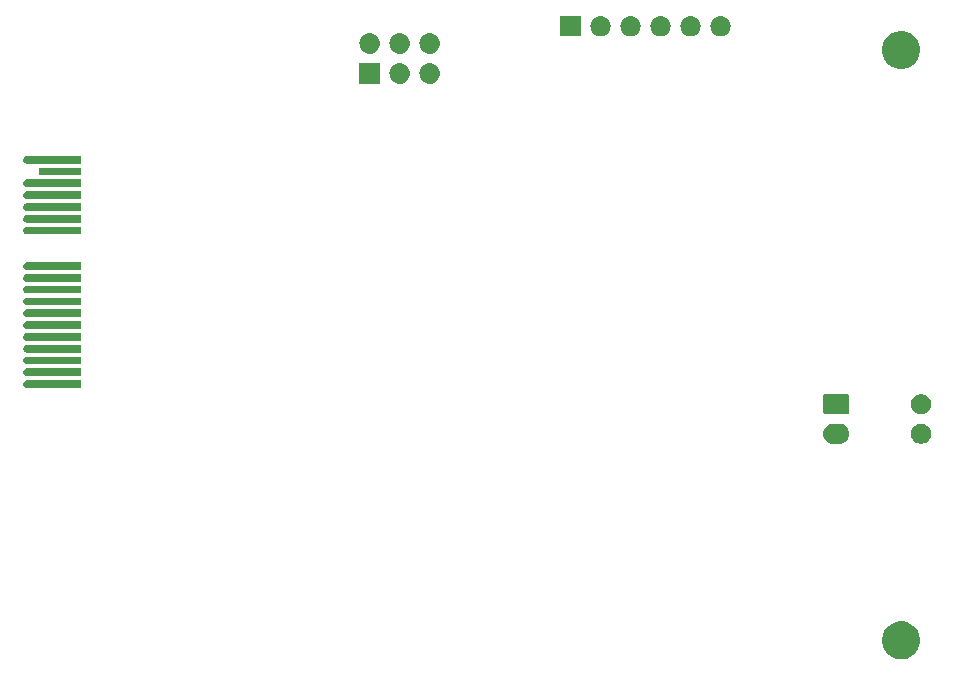
<source format=gbr>
G04 #@! TF.GenerationSoftware,KiCad,Pcbnew,5.0.2+dfsg1-1*
G04 #@! TF.CreationDate,2021-07-01T00:09:32-05:00*
G04 #@! TF.ProjectId,dcpsu-card-ahalf,64637073-752d-4636-9172-642d6168616c,v0.4*
G04 #@! TF.SameCoordinates,Original*
G04 #@! TF.FileFunction,Soldermask,Bot*
G04 #@! TF.FilePolarity,Negative*
%FSLAX46Y46*%
G04 Gerber Fmt 4.6, Leading zero omitted, Abs format (unit mm)*
G04 Created by KiCad (PCBNEW 5.0.2+dfsg1-1) date Thu 01 Jul 2021 12:09:32 AM CDT*
%MOMM*%
%LPD*%
G01*
G04 APERTURE LIST*
%ADD10C,0.100000*%
G04 APERTURE END LIST*
D10*
G36*
X155466703Y-123461486D02*
X155757883Y-123582097D01*
X156019944Y-123757201D01*
X156242799Y-123980056D01*
X156417903Y-124242117D01*
X156538514Y-124533297D01*
X156600000Y-124842412D01*
X156600000Y-125157588D01*
X156538514Y-125466703D01*
X156417903Y-125757883D01*
X156242799Y-126019944D01*
X156019944Y-126242799D01*
X155757883Y-126417903D01*
X155466703Y-126538514D01*
X155157588Y-126600000D01*
X154842412Y-126600000D01*
X154533297Y-126538514D01*
X154242117Y-126417903D01*
X153980056Y-126242799D01*
X153757201Y-126019944D01*
X153582097Y-125757883D01*
X153461486Y-125466703D01*
X153400000Y-125157588D01*
X153400000Y-124842412D01*
X153461486Y-124533297D01*
X153582097Y-124242117D01*
X153757201Y-123980056D01*
X153980056Y-123757201D01*
X154242117Y-123582097D01*
X154533297Y-123461486D01*
X154842412Y-123400000D01*
X155157588Y-123400000D01*
X155466703Y-123461486D01*
X155466703Y-123461486D01*
G37*
G36*
X156927934Y-106682664D02*
X157082627Y-106746740D01*
X157221847Y-106839764D01*
X157340236Y-106958153D01*
X157433260Y-107097373D01*
X157497336Y-107252066D01*
X157530000Y-107416281D01*
X157530000Y-107583719D01*
X157497336Y-107747934D01*
X157433260Y-107902627D01*
X157340236Y-108041847D01*
X157221847Y-108160236D01*
X157082627Y-108253260D01*
X156927934Y-108317336D01*
X156763719Y-108350000D01*
X156596281Y-108350000D01*
X156432066Y-108317336D01*
X156277373Y-108253260D01*
X156138153Y-108160236D01*
X156019764Y-108041847D01*
X155926740Y-107902627D01*
X155862664Y-107747934D01*
X155830000Y-107583719D01*
X155830000Y-107416281D01*
X155862664Y-107252066D01*
X155926740Y-107097373D01*
X156019764Y-106958153D01*
X156138153Y-106839764D01*
X156277373Y-106746740D01*
X156432066Y-106682664D01*
X156596281Y-106650000D01*
X156763719Y-106650000D01*
X156927934Y-106682664D01*
X156927934Y-106682664D01*
G37*
G36*
X149916630Y-106662299D02*
X150076855Y-106710903D01*
X150224520Y-106789831D01*
X150353949Y-106896051D01*
X150460169Y-107025480D01*
X150539097Y-107173145D01*
X150587701Y-107333370D01*
X150604112Y-107500000D01*
X150587701Y-107666630D01*
X150539097Y-107826855D01*
X150460169Y-107974520D01*
X150353949Y-108103949D01*
X150224520Y-108210169D01*
X150076855Y-108289097D01*
X149916630Y-108337701D01*
X149791752Y-108350000D01*
X149208248Y-108350000D01*
X149083370Y-108337701D01*
X148923145Y-108289097D01*
X148775480Y-108210169D01*
X148646051Y-108103949D01*
X148539831Y-107974520D01*
X148460903Y-107826855D01*
X148412299Y-107666630D01*
X148395888Y-107500000D01*
X148412299Y-107333370D01*
X148460903Y-107173145D01*
X148539831Y-107025480D01*
X148646051Y-106896051D01*
X148775480Y-106789831D01*
X148923145Y-106710903D01*
X149083370Y-106662299D01*
X149208248Y-106650000D01*
X149791752Y-106650000D01*
X149916630Y-106662299D01*
X149916630Y-106662299D01*
G37*
G36*
X156927934Y-104182664D02*
X157082627Y-104246740D01*
X157221847Y-104339764D01*
X157340236Y-104458153D01*
X157433260Y-104597373D01*
X157497336Y-104752066D01*
X157530000Y-104916281D01*
X157530000Y-105083719D01*
X157497336Y-105247934D01*
X157433260Y-105402627D01*
X157340236Y-105541847D01*
X157221847Y-105660236D01*
X157082627Y-105753260D01*
X156927934Y-105817336D01*
X156763719Y-105850000D01*
X156596281Y-105850000D01*
X156432066Y-105817336D01*
X156277373Y-105753260D01*
X156138153Y-105660236D01*
X156019764Y-105541847D01*
X155926740Y-105402627D01*
X155862664Y-105247934D01*
X155830000Y-105083719D01*
X155830000Y-104916281D01*
X155862664Y-104752066D01*
X155926740Y-104597373D01*
X156019764Y-104458153D01*
X156138153Y-104339764D01*
X156277373Y-104246740D01*
X156432066Y-104182664D01*
X156596281Y-104150000D01*
X156763719Y-104150000D01*
X156927934Y-104182664D01*
X156927934Y-104182664D01*
G37*
G36*
X150469675Y-104153701D02*
X150499907Y-104162872D01*
X150527769Y-104177765D01*
X150552192Y-104197808D01*
X150572235Y-104222231D01*
X150587128Y-104250093D01*
X150596299Y-104280325D01*
X150600000Y-104317905D01*
X150600000Y-105682095D01*
X150596299Y-105719675D01*
X150587128Y-105749907D01*
X150572235Y-105777769D01*
X150552192Y-105802192D01*
X150527769Y-105822235D01*
X150499907Y-105837128D01*
X150469675Y-105846299D01*
X150432095Y-105850000D01*
X148567905Y-105850000D01*
X148530325Y-105846299D01*
X148500093Y-105837128D01*
X148472231Y-105822235D01*
X148447808Y-105802192D01*
X148427765Y-105777769D01*
X148412872Y-105749907D01*
X148403701Y-105719675D01*
X148400000Y-105682095D01*
X148400000Y-104317905D01*
X148403701Y-104280325D01*
X148412872Y-104250093D01*
X148427765Y-104222231D01*
X148447808Y-104197808D01*
X148472231Y-104177765D01*
X148500093Y-104162872D01*
X148530325Y-104153701D01*
X148567905Y-104150000D01*
X150432095Y-104150000D01*
X150469675Y-104153701D01*
X150469675Y-104153701D01*
G37*
G36*
X85600000Y-103625000D02*
X80935060Y-103625000D01*
X80922835Y-103618466D01*
X80910672Y-103614777D01*
X80846059Y-103588014D01*
X80846058Y-103588013D01*
X80846055Y-103588012D01*
X80792824Y-103552444D01*
X80747556Y-103507176D01*
X80711988Y-103453945D01*
X80687489Y-103394799D01*
X80675000Y-103332010D01*
X80675000Y-103267990D01*
X80687489Y-103205201D01*
X80711988Y-103146055D01*
X80747556Y-103092824D01*
X80792824Y-103047556D01*
X80846055Y-103011988D01*
X80846058Y-103011987D01*
X80846059Y-103011986D01*
X80860854Y-103005858D01*
X80905201Y-102987489D01*
X80905206Y-102987488D01*
X80910672Y-102985224D01*
X80922832Y-102981535D01*
X80935060Y-102975000D01*
X85600000Y-102975000D01*
X85600000Y-103625000D01*
X85600000Y-103625000D01*
G37*
G36*
X85600000Y-102625000D02*
X80935060Y-102625000D01*
X80922835Y-102618466D01*
X80910672Y-102614777D01*
X80846059Y-102588014D01*
X80846058Y-102588013D01*
X80846055Y-102588012D01*
X80792824Y-102552444D01*
X80747556Y-102507176D01*
X80711988Y-102453945D01*
X80687489Y-102394799D01*
X80675000Y-102332010D01*
X80675000Y-102267990D01*
X80687489Y-102205201D01*
X80711988Y-102146055D01*
X80747556Y-102092824D01*
X80792824Y-102047556D01*
X80846055Y-102011988D01*
X80846058Y-102011987D01*
X80846059Y-102011986D01*
X80860854Y-102005858D01*
X80905201Y-101987489D01*
X80905206Y-101987488D01*
X80910672Y-101985224D01*
X80922832Y-101981535D01*
X80935060Y-101975000D01*
X85600000Y-101975000D01*
X85600000Y-102625000D01*
X85600000Y-102625000D01*
G37*
G36*
X85600000Y-101625000D02*
X80935060Y-101625000D01*
X80922835Y-101618466D01*
X80910672Y-101614777D01*
X80846059Y-101588014D01*
X80846058Y-101588013D01*
X80846055Y-101588012D01*
X80792824Y-101552444D01*
X80747556Y-101507176D01*
X80711988Y-101453945D01*
X80687489Y-101394799D01*
X80675000Y-101332010D01*
X80675000Y-101267990D01*
X80687489Y-101205201D01*
X80711988Y-101146055D01*
X80747556Y-101092824D01*
X80792824Y-101047556D01*
X80846055Y-101011988D01*
X80846058Y-101011987D01*
X80846059Y-101011986D01*
X80860854Y-101005858D01*
X80905201Y-100987489D01*
X80905206Y-100987488D01*
X80910672Y-100985224D01*
X80922832Y-100981535D01*
X80935060Y-100975000D01*
X85600000Y-100975000D01*
X85600000Y-101625000D01*
X85600000Y-101625000D01*
G37*
G36*
X85600000Y-100625000D02*
X80935060Y-100625000D01*
X80922835Y-100618466D01*
X80910672Y-100614777D01*
X80846059Y-100588014D01*
X80846058Y-100588013D01*
X80846055Y-100588012D01*
X80792824Y-100552444D01*
X80747556Y-100507176D01*
X80711988Y-100453945D01*
X80687489Y-100394799D01*
X80675000Y-100332010D01*
X80675000Y-100267990D01*
X80687489Y-100205201D01*
X80711988Y-100146055D01*
X80747556Y-100092824D01*
X80792824Y-100047556D01*
X80846055Y-100011988D01*
X80846058Y-100011987D01*
X80846059Y-100011986D01*
X80860854Y-100005858D01*
X80905201Y-99987489D01*
X80905206Y-99987488D01*
X80910672Y-99985224D01*
X80922832Y-99981535D01*
X80935060Y-99975000D01*
X85600000Y-99975000D01*
X85600000Y-100625000D01*
X85600000Y-100625000D01*
G37*
G36*
X85600000Y-99625000D02*
X80935060Y-99625000D01*
X80922835Y-99618466D01*
X80910672Y-99614777D01*
X80846059Y-99588014D01*
X80846058Y-99588013D01*
X80846055Y-99588012D01*
X80792824Y-99552444D01*
X80747556Y-99507176D01*
X80711988Y-99453945D01*
X80687489Y-99394799D01*
X80675000Y-99332010D01*
X80675000Y-99267990D01*
X80687489Y-99205201D01*
X80711988Y-99146055D01*
X80747556Y-99092824D01*
X80792824Y-99047556D01*
X80846055Y-99011988D01*
X80846058Y-99011987D01*
X80846059Y-99011986D01*
X80860854Y-99005858D01*
X80905201Y-98987489D01*
X80905206Y-98987488D01*
X80910672Y-98985224D01*
X80922832Y-98981535D01*
X80935060Y-98975000D01*
X85600000Y-98975000D01*
X85600000Y-99625000D01*
X85600000Y-99625000D01*
G37*
G36*
X85600000Y-98625000D02*
X80935060Y-98625000D01*
X80922835Y-98618466D01*
X80910672Y-98614777D01*
X80846059Y-98588014D01*
X80846058Y-98588013D01*
X80846055Y-98588012D01*
X80792824Y-98552444D01*
X80747556Y-98507176D01*
X80711988Y-98453945D01*
X80687489Y-98394799D01*
X80675000Y-98332010D01*
X80675000Y-98267990D01*
X80687489Y-98205201D01*
X80711988Y-98146055D01*
X80747556Y-98092824D01*
X80792824Y-98047556D01*
X80846055Y-98011988D01*
X80846058Y-98011987D01*
X80846059Y-98011986D01*
X80860854Y-98005858D01*
X80905201Y-97987489D01*
X80905206Y-97987488D01*
X80910672Y-97985224D01*
X80922832Y-97981535D01*
X80935060Y-97975000D01*
X85600000Y-97975000D01*
X85600000Y-98625000D01*
X85600000Y-98625000D01*
G37*
G36*
X85600000Y-97625000D02*
X80935060Y-97625000D01*
X80922835Y-97618466D01*
X80910672Y-97614777D01*
X80846059Y-97588014D01*
X80846058Y-97588013D01*
X80846055Y-97588012D01*
X80792824Y-97552444D01*
X80747556Y-97507176D01*
X80711988Y-97453945D01*
X80687489Y-97394799D01*
X80675000Y-97332010D01*
X80675000Y-97267990D01*
X80687489Y-97205201D01*
X80711988Y-97146055D01*
X80747556Y-97092824D01*
X80792824Y-97047556D01*
X80846055Y-97011988D01*
X80846058Y-97011987D01*
X80846059Y-97011986D01*
X80860854Y-97005858D01*
X80905201Y-96987489D01*
X80905206Y-96987488D01*
X80910672Y-96985224D01*
X80922832Y-96981535D01*
X80935060Y-96975000D01*
X85600000Y-96975000D01*
X85600000Y-97625000D01*
X85600000Y-97625000D01*
G37*
G36*
X85600000Y-96625000D02*
X80935060Y-96625000D01*
X80922835Y-96618466D01*
X80910672Y-96614777D01*
X80846059Y-96588014D01*
X80846058Y-96588013D01*
X80846055Y-96588012D01*
X80792824Y-96552444D01*
X80747556Y-96507176D01*
X80711988Y-96453945D01*
X80687489Y-96394799D01*
X80675000Y-96332010D01*
X80675000Y-96267990D01*
X80687489Y-96205201D01*
X80711988Y-96146055D01*
X80747556Y-96092824D01*
X80792824Y-96047556D01*
X80846055Y-96011988D01*
X80846058Y-96011987D01*
X80846059Y-96011986D01*
X80860854Y-96005858D01*
X80905201Y-95987489D01*
X80905206Y-95987488D01*
X80910672Y-95985224D01*
X80922832Y-95981535D01*
X80935060Y-95975000D01*
X85600000Y-95975000D01*
X85600000Y-96625000D01*
X85600000Y-96625000D01*
G37*
G36*
X85600000Y-95625000D02*
X80935060Y-95625000D01*
X80922835Y-95618466D01*
X80910672Y-95614777D01*
X80846059Y-95588014D01*
X80846058Y-95588013D01*
X80846055Y-95588012D01*
X80792824Y-95552444D01*
X80747556Y-95507176D01*
X80711988Y-95453945D01*
X80687489Y-95394799D01*
X80675000Y-95332010D01*
X80675000Y-95267990D01*
X80687489Y-95205201D01*
X80711988Y-95146055D01*
X80747556Y-95092824D01*
X80792824Y-95047556D01*
X80846055Y-95011988D01*
X80846058Y-95011987D01*
X80846059Y-95011986D01*
X80860854Y-95005858D01*
X80905201Y-94987489D01*
X80905206Y-94987488D01*
X80910672Y-94985224D01*
X80922832Y-94981535D01*
X80935060Y-94975000D01*
X85600000Y-94975000D01*
X85600000Y-95625000D01*
X85600000Y-95625000D01*
G37*
G36*
X85600000Y-94625000D02*
X80935060Y-94625000D01*
X80922835Y-94618466D01*
X80910672Y-94614777D01*
X80846059Y-94588014D01*
X80846058Y-94588013D01*
X80846055Y-94588012D01*
X80792824Y-94552444D01*
X80747556Y-94507176D01*
X80711988Y-94453945D01*
X80687489Y-94394799D01*
X80675000Y-94332010D01*
X80675000Y-94267990D01*
X80687489Y-94205201D01*
X80711988Y-94146055D01*
X80747556Y-94092824D01*
X80792824Y-94047556D01*
X80846055Y-94011988D01*
X80846058Y-94011987D01*
X80846059Y-94011986D01*
X80860854Y-94005858D01*
X80905201Y-93987489D01*
X80905206Y-93987488D01*
X80910672Y-93985224D01*
X80922832Y-93981535D01*
X80935060Y-93975000D01*
X85600000Y-93975000D01*
X85600000Y-94625000D01*
X85600000Y-94625000D01*
G37*
G36*
X85600000Y-93625000D02*
X80935060Y-93625000D01*
X80922835Y-93618466D01*
X80910672Y-93614777D01*
X80846059Y-93588014D01*
X80846058Y-93588013D01*
X80846055Y-93588012D01*
X80792824Y-93552444D01*
X80747556Y-93507176D01*
X80711988Y-93453945D01*
X80687489Y-93394799D01*
X80675000Y-93332010D01*
X80675000Y-93267990D01*
X80687489Y-93205201D01*
X80711988Y-93146055D01*
X80747556Y-93092824D01*
X80792824Y-93047556D01*
X80846055Y-93011988D01*
X80846058Y-93011987D01*
X80846059Y-93011986D01*
X80860854Y-93005858D01*
X80905201Y-92987489D01*
X80905206Y-92987488D01*
X80910672Y-92985224D01*
X80922832Y-92981535D01*
X80935060Y-92975000D01*
X85600000Y-92975000D01*
X85600000Y-93625000D01*
X85600000Y-93625000D01*
G37*
G36*
X85600000Y-90625000D02*
X80935060Y-90625000D01*
X80922835Y-90618466D01*
X80910672Y-90614777D01*
X80846059Y-90588014D01*
X80846058Y-90588013D01*
X80846055Y-90588012D01*
X80792824Y-90552444D01*
X80747556Y-90507176D01*
X80711988Y-90453945D01*
X80687489Y-90394799D01*
X80675000Y-90332010D01*
X80675000Y-90267990D01*
X80687489Y-90205201D01*
X80711988Y-90146055D01*
X80747556Y-90092824D01*
X80792824Y-90047556D01*
X80846055Y-90011988D01*
X80846058Y-90011987D01*
X80846059Y-90011986D01*
X80860854Y-90005858D01*
X80905201Y-89987489D01*
X80905206Y-89987488D01*
X80910672Y-89985224D01*
X80922832Y-89981535D01*
X80935060Y-89975000D01*
X85600000Y-89975000D01*
X85600000Y-90625000D01*
X85600000Y-90625000D01*
G37*
G36*
X85600000Y-89625000D02*
X80935060Y-89625000D01*
X80922835Y-89618466D01*
X80910672Y-89614777D01*
X80846059Y-89588014D01*
X80846058Y-89588013D01*
X80846055Y-89588012D01*
X80792824Y-89552444D01*
X80747556Y-89507176D01*
X80711988Y-89453945D01*
X80687489Y-89394799D01*
X80675000Y-89332010D01*
X80675000Y-89267990D01*
X80687489Y-89205201D01*
X80711988Y-89146055D01*
X80747556Y-89092824D01*
X80792824Y-89047556D01*
X80846055Y-89011988D01*
X80846058Y-89011987D01*
X80846059Y-89011986D01*
X80860854Y-89005858D01*
X80905201Y-88987489D01*
X80905206Y-88987488D01*
X80910672Y-88985224D01*
X80922832Y-88981535D01*
X80935060Y-88975000D01*
X85600000Y-88975000D01*
X85600000Y-89625000D01*
X85600000Y-89625000D01*
G37*
G36*
X85600000Y-88625000D02*
X80935060Y-88625000D01*
X80922835Y-88618466D01*
X80910672Y-88614777D01*
X80846059Y-88588014D01*
X80846058Y-88588013D01*
X80846055Y-88588012D01*
X80792824Y-88552444D01*
X80747556Y-88507176D01*
X80711988Y-88453945D01*
X80687489Y-88394799D01*
X80675000Y-88332010D01*
X80675000Y-88267990D01*
X80687489Y-88205201D01*
X80711988Y-88146055D01*
X80747556Y-88092824D01*
X80792824Y-88047556D01*
X80846055Y-88011988D01*
X80846058Y-88011987D01*
X80846059Y-88011986D01*
X80860854Y-88005858D01*
X80905201Y-87987489D01*
X80905206Y-87987488D01*
X80910672Y-87985224D01*
X80922832Y-87981535D01*
X80935060Y-87975000D01*
X85600000Y-87975000D01*
X85600000Y-88625000D01*
X85600000Y-88625000D01*
G37*
G36*
X85600000Y-87625000D02*
X80935060Y-87625000D01*
X80922835Y-87618466D01*
X80910672Y-87614777D01*
X80846059Y-87588014D01*
X80846058Y-87588013D01*
X80846055Y-87588012D01*
X80792824Y-87552444D01*
X80747556Y-87507176D01*
X80711988Y-87453945D01*
X80687489Y-87394799D01*
X80675000Y-87332010D01*
X80675000Y-87267990D01*
X80687489Y-87205201D01*
X80711988Y-87146055D01*
X80747556Y-87092824D01*
X80792824Y-87047556D01*
X80846055Y-87011988D01*
X80846058Y-87011987D01*
X80846059Y-87011986D01*
X80860854Y-87005858D01*
X80905201Y-86987489D01*
X80905206Y-86987488D01*
X80910672Y-86985224D01*
X80922832Y-86981535D01*
X80935060Y-86975000D01*
X85600000Y-86975000D01*
X85600000Y-87625000D01*
X85600000Y-87625000D01*
G37*
G36*
X85600000Y-86625000D02*
X80935060Y-86625000D01*
X80922835Y-86618466D01*
X80910672Y-86614777D01*
X80846059Y-86588014D01*
X80846058Y-86588013D01*
X80846055Y-86588012D01*
X80792824Y-86552444D01*
X80747556Y-86507176D01*
X80711988Y-86453945D01*
X80687489Y-86394799D01*
X80675000Y-86332010D01*
X80675000Y-86267990D01*
X80687489Y-86205201D01*
X80711988Y-86146055D01*
X80747556Y-86092824D01*
X80792824Y-86047556D01*
X80846055Y-86011988D01*
X80846058Y-86011987D01*
X80846059Y-86011986D01*
X80860854Y-86005858D01*
X80905201Y-85987489D01*
X80905206Y-85987488D01*
X80910672Y-85985224D01*
X80922832Y-85981535D01*
X80935060Y-85975000D01*
X85600000Y-85975000D01*
X85600000Y-86625000D01*
X85600000Y-86625000D01*
G37*
G36*
X85600000Y-85625000D02*
X82000000Y-85625000D01*
X82000000Y-84975000D01*
X85600000Y-84975000D01*
X85600000Y-85625000D01*
X85600000Y-85625000D01*
G37*
G36*
X85600000Y-84625000D02*
X80935060Y-84625000D01*
X80922835Y-84618466D01*
X80910672Y-84614777D01*
X80846059Y-84588014D01*
X80846058Y-84588013D01*
X80846055Y-84588012D01*
X80792824Y-84552444D01*
X80747556Y-84507176D01*
X80711988Y-84453945D01*
X80687489Y-84394799D01*
X80675000Y-84332010D01*
X80675000Y-84267990D01*
X80687489Y-84205201D01*
X80711988Y-84146055D01*
X80747556Y-84092824D01*
X80792824Y-84047556D01*
X80846055Y-84011988D01*
X80846058Y-84011987D01*
X80846059Y-84011986D01*
X80860854Y-84005858D01*
X80905201Y-83987489D01*
X80905206Y-83987488D01*
X80910672Y-83985224D01*
X80922832Y-83981535D01*
X80935060Y-83975000D01*
X85600000Y-83975000D01*
X85600000Y-84625000D01*
X85600000Y-84625000D01*
G37*
G36*
X110863600Y-77863600D02*
X109136400Y-77863600D01*
X109136400Y-76136400D01*
X110863600Y-76136400D01*
X110863600Y-77863600D01*
X110863600Y-77863600D01*
G37*
G36*
X112624712Y-76140565D02*
X112709295Y-76148896D01*
X112829727Y-76185429D01*
X112872088Y-76198279D01*
X113022112Y-76278468D01*
X113153612Y-76386388D01*
X113261532Y-76517888D01*
X113341721Y-76667912D01*
X113341722Y-76667916D01*
X113391104Y-76830705D01*
X113407778Y-77000000D01*
X113391104Y-77169295D01*
X113354571Y-77289727D01*
X113341721Y-77332088D01*
X113261532Y-77482112D01*
X113153612Y-77613612D01*
X113022112Y-77721532D01*
X112872088Y-77801721D01*
X112829727Y-77814571D01*
X112709295Y-77851104D01*
X112624712Y-77859435D01*
X112582421Y-77863600D01*
X112497579Y-77863600D01*
X112455288Y-77859435D01*
X112370705Y-77851104D01*
X112250273Y-77814571D01*
X112207912Y-77801721D01*
X112057888Y-77721532D01*
X111926388Y-77613612D01*
X111818468Y-77482112D01*
X111738279Y-77332088D01*
X111725429Y-77289727D01*
X111688896Y-77169295D01*
X111672222Y-77000000D01*
X111688896Y-76830705D01*
X111738278Y-76667916D01*
X111738279Y-76667912D01*
X111818468Y-76517888D01*
X111926388Y-76386388D01*
X112057888Y-76278468D01*
X112207912Y-76198279D01*
X112250273Y-76185429D01*
X112370705Y-76148896D01*
X112455288Y-76140565D01*
X112497579Y-76136400D01*
X112582421Y-76136400D01*
X112624712Y-76140565D01*
X112624712Y-76140565D01*
G37*
G36*
X115164712Y-76140565D02*
X115249295Y-76148896D01*
X115369727Y-76185429D01*
X115412088Y-76198279D01*
X115562112Y-76278468D01*
X115693612Y-76386388D01*
X115801532Y-76517888D01*
X115881721Y-76667912D01*
X115881722Y-76667916D01*
X115931104Y-76830705D01*
X115947778Y-77000000D01*
X115931104Y-77169295D01*
X115894571Y-77289727D01*
X115881721Y-77332088D01*
X115801532Y-77482112D01*
X115693612Y-77613612D01*
X115562112Y-77721532D01*
X115412088Y-77801721D01*
X115369727Y-77814571D01*
X115249295Y-77851104D01*
X115164712Y-77859435D01*
X115122421Y-77863600D01*
X115037579Y-77863600D01*
X114995288Y-77859435D01*
X114910705Y-77851104D01*
X114790273Y-77814571D01*
X114747912Y-77801721D01*
X114597888Y-77721532D01*
X114466388Y-77613612D01*
X114358468Y-77482112D01*
X114278279Y-77332088D01*
X114265429Y-77289727D01*
X114228896Y-77169295D01*
X114212222Y-77000000D01*
X114228896Y-76830705D01*
X114278278Y-76667916D01*
X114278279Y-76667912D01*
X114358468Y-76517888D01*
X114466388Y-76386388D01*
X114597888Y-76278468D01*
X114747912Y-76198279D01*
X114790273Y-76185429D01*
X114910705Y-76148896D01*
X114995288Y-76140565D01*
X115037579Y-76136400D01*
X115122421Y-76136400D01*
X115164712Y-76140565D01*
X115164712Y-76140565D01*
G37*
G36*
X155466703Y-73461486D02*
X155757883Y-73582097D01*
X156019944Y-73757201D01*
X156242799Y-73980056D01*
X156417903Y-74242117D01*
X156538514Y-74533297D01*
X156600000Y-74842412D01*
X156600000Y-75157588D01*
X156538514Y-75466703D01*
X156417903Y-75757883D01*
X156242799Y-76019944D01*
X156019944Y-76242799D01*
X155757883Y-76417903D01*
X155466703Y-76538514D01*
X155157588Y-76600000D01*
X154842412Y-76600000D01*
X154533297Y-76538514D01*
X154242117Y-76417903D01*
X153980056Y-76242799D01*
X153757201Y-76019944D01*
X153582097Y-75757883D01*
X153461486Y-75466703D01*
X153400000Y-75157588D01*
X153400000Y-74842412D01*
X153461486Y-74533297D01*
X153582097Y-74242117D01*
X153757201Y-73980056D01*
X153980056Y-73757201D01*
X154242117Y-73582097D01*
X154533297Y-73461486D01*
X154842412Y-73400000D01*
X155157588Y-73400000D01*
X155466703Y-73461486D01*
X155466703Y-73461486D01*
G37*
G36*
X112624712Y-73600565D02*
X112709295Y-73608896D01*
X112829727Y-73645429D01*
X112872088Y-73658279D01*
X113022112Y-73738468D01*
X113153612Y-73846388D01*
X113261532Y-73977888D01*
X113341721Y-74127912D01*
X113341722Y-74127916D01*
X113391104Y-74290705D01*
X113407778Y-74460000D01*
X113391104Y-74629295D01*
X113354571Y-74749727D01*
X113341721Y-74792088D01*
X113261532Y-74942112D01*
X113153612Y-75073612D01*
X113022112Y-75181532D01*
X112872088Y-75261721D01*
X112829727Y-75274571D01*
X112709295Y-75311104D01*
X112624712Y-75319435D01*
X112582421Y-75323600D01*
X112497579Y-75323600D01*
X112455288Y-75319435D01*
X112370705Y-75311104D01*
X112250273Y-75274571D01*
X112207912Y-75261721D01*
X112057888Y-75181532D01*
X111926388Y-75073612D01*
X111818468Y-74942112D01*
X111738279Y-74792088D01*
X111725429Y-74749727D01*
X111688896Y-74629295D01*
X111672222Y-74460000D01*
X111688896Y-74290705D01*
X111738278Y-74127916D01*
X111738279Y-74127912D01*
X111818468Y-73977888D01*
X111926388Y-73846388D01*
X112057888Y-73738468D01*
X112207912Y-73658279D01*
X112250273Y-73645429D01*
X112370705Y-73608896D01*
X112455288Y-73600565D01*
X112497579Y-73596400D01*
X112582421Y-73596400D01*
X112624712Y-73600565D01*
X112624712Y-73600565D01*
G37*
G36*
X115164712Y-73600565D02*
X115249295Y-73608896D01*
X115369727Y-73645429D01*
X115412088Y-73658279D01*
X115562112Y-73738468D01*
X115693612Y-73846388D01*
X115801532Y-73977888D01*
X115881721Y-74127912D01*
X115881722Y-74127916D01*
X115931104Y-74290705D01*
X115947778Y-74460000D01*
X115931104Y-74629295D01*
X115894571Y-74749727D01*
X115881721Y-74792088D01*
X115801532Y-74942112D01*
X115693612Y-75073612D01*
X115562112Y-75181532D01*
X115412088Y-75261721D01*
X115369727Y-75274571D01*
X115249295Y-75311104D01*
X115164712Y-75319435D01*
X115122421Y-75323600D01*
X115037579Y-75323600D01*
X114995288Y-75319435D01*
X114910705Y-75311104D01*
X114790273Y-75274571D01*
X114747912Y-75261721D01*
X114597888Y-75181532D01*
X114466388Y-75073612D01*
X114358468Y-74942112D01*
X114278279Y-74792088D01*
X114265429Y-74749727D01*
X114228896Y-74629295D01*
X114212222Y-74460000D01*
X114228896Y-74290705D01*
X114278278Y-74127916D01*
X114278279Y-74127912D01*
X114358468Y-73977888D01*
X114466388Y-73846388D01*
X114597888Y-73738468D01*
X114747912Y-73658279D01*
X114790273Y-73645429D01*
X114910705Y-73608896D01*
X114995288Y-73600565D01*
X115037579Y-73596400D01*
X115122421Y-73596400D01*
X115164712Y-73600565D01*
X115164712Y-73600565D01*
G37*
G36*
X110084712Y-73600565D02*
X110169295Y-73608896D01*
X110289727Y-73645429D01*
X110332088Y-73658279D01*
X110482112Y-73738468D01*
X110613612Y-73846388D01*
X110721532Y-73977888D01*
X110801721Y-74127912D01*
X110801722Y-74127916D01*
X110851104Y-74290705D01*
X110867778Y-74460000D01*
X110851104Y-74629295D01*
X110814571Y-74749727D01*
X110801721Y-74792088D01*
X110721532Y-74942112D01*
X110613612Y-75073612D01*
X110482112Y-75181532D01*
X110332088Y-75261721D01*
X110289727Y-75274571D01*
X110169295Y-75311104D01*
X110084712Y-75319435D01*
X110042421Y-75323600D01*
X109957579Y-75323600D01*
X109915288Y-75319435D01*
X109830705Y-75311104D01*
X109710273Y-75274571D01*
X109667912Y-75261721D01*
X109517888Y-75181532D01*
X109386388Y-75073612D01*
X109278468Y-74942112D01*
X109198279Y-74792088D01*
X109185429Y-74749727D01*
X109148896Y-74629295D01*
X109132222Y-74460000D01*
X109148896Y-74290705D01*
X109198278Y-74127916D01*
X109198279Y-74127912D01*
X109278468Y-73977888D01*
X109386388Y-73846388D01*
X109517888Y-73738468D01*
X109667912Y-73658279D01*
X109710273Y-73645429D01*
X109830705Y-73608896D01*
X109915288Y-73600565D01*
X109957579Y-73596400D01*
X110042421Y-73596400D01*
X110084712Y-73600565D01*
X110084712Y-73600565D01*
G37*
G36*
X134786630Y-72162299D02*
X134946855Y-72210903D01*
X135094520Y-72289831D01*
X135223949Y-72396051D01*
X135330169Y-72525480D01*
X135409097Y-72673145D01*
X135457701Y-72833370D01*
X135474112Y-73000000D01*
X135457701Y-73166630D01*
X135409097Y-73326855D01*
X135330169Y-73474520D01*
X135223949Y-73603949D01*
X135094520Y-73710169D01*
X134946855Y-73789097D01*
X134786630Y-73837701D01*
X134661752Y-73850000D01*
X134578248Y-73850000D01*
X134453370Y-73837701D01*
X134293145Y-73789097D01*
X134145480Y-73710169D01*
X134016051Y-73603949D01*
X133909831Y-73474520D01*
X133830903Y-73326855D01*
X133782299Y-73166630D01*
X133765888Y-73000000D01*
X133782299Y-72833370D01*
X133830903Y-72673145D01*
X133909831Y-72525480D01*
X134016051Y-72396051D01*
X134145480Y-72289831D01*
X134293145Y-72210903D01*
X134453370Y-72162299D01*
X134578248Y-72150000D01*
X134661752Y-72150000D01*
X134786630Y-72162299D01*
X134786630Y-72162299D01*
G37*
G36*
X127850000Y-73850000D02*
X126150000Y-73850000D01*
X126150000Y-72150000D01*
X127850000Y-72150000D01*
X127850000Y-73850000D01*
X127850000Y-73850000D01*
G37*
G36*
X129706630Y-72162299D02*
X129866855Y-72210903D01*
X130014520Y-72289831D01*
X130143949Y-72396051D01*
X130250169Y-72525480D01*
X130329097Y-72673145D01*
X130377701Y-72833370D01*
X130394112Y-73000000D01*
X130377701Y-73166630D01*
X130329097Y-73326855D01*
X130250169Y-73474520D01*
X130143949Y-73603949D01*
X130014520Y-73710169D01*
X129866855Y-73789097D01*
X129706630Y-73837701D01*
X129581752Y-73850000D01*
X129498248Y-73850000D01*
X129373370Y-73837701D01*
X129213145Y-73789097D01*
X129065480Y-73710169D01*
X128936051Y-73603949D01*
X128829831Y-73474520D01*
X128750903Y-73326855D01*
X128702299Y-73166630D01*
X128685888Y-73000000D01*
X128702299Y-72833370D01*
X128750903Y-72673145D01*
X128829831Y-72525480D01*
X128936051Y-72396051D01*
X129065480Y-72289831D01*
X129213145Y-72210903D01*
X129373370Y-72162299D01*
X129498248Y-72150000D01*
X129581752Y-72150000D01*
X129706630Y-72162299D01*
X129706630Y-72162299D01*
G37*
G36*
X132246630Y-72162299D02*
X132406855Y-72210903D01*
X132554520Y-72289831D01*
X132683949Y-72396051D01*
X132790169Y-72525480D01*
X132869097Y-72673145D01*
X132917701Y-72833370D01*
X132934112Y-73000000D01*
X132917701Y-73166630D01*
X132869097Y-73326855D01*
X132790169Y-73474520D01*
X132683949Y-73603949D01*
X132554520Y-73710169D01*
X132406855Y-73789097D01*
X132246630Y-73837701D01*
X132121752Y-73850000D01*
X132038248Y-73850000D01*
X131913370Y-73837701D01*
X131753145Y-73789097D01*
X131605480Y-73710169D01*
X131476051Y-73603949D01*
X131369831Y-73474520D01*
X131290903Y-73326855D01*
X131242299Y-73166630D01*
X131225888Y-73000000D01*
X131242299Y-72833370D01*
X131290903Y-72673145D01*
X131369831Y-72525480D01*
X131476051Y-72396051D01*
X131605480Y-72289831D01*
X131753145Y-72210903D01*
X131913370Y-72162299D01*
X132038248Y-72150000D01*
X132121752Y-72150000D01*
X132246630Y-72162299D01*
X132246630Y-72162299D01*
G37*
G36*
X137326630Y-72162299D02*
X137486855Y-72210903D01*
X137634520Y-72289831D01*
X137763949Y-72396051D01*
X137870169Y-72525480D01*
X137949097Y-72673145D01*
X137997701Y-72833370D01*
X138014112Y-73000000D01*
X137997701Y-73166630D01*
X137949097Y-73326855D01*
X137870169Y-73474520D01*
X137763949Y-73603949D01*
X137634520Y-73710169D01*
X137486855Y-73789097D01*
X137326630Y-73837701D01*
X137201752Y-73850000D01*
X137118248Y-73850000D01*
X136993370Y-73837701D01*
X136833145Y-73789097D01*
X136685480Y-73710169D01*
X136556051Y-73603949D01*
X136449831Y-73474520D01*
X136370903Y-73326855D01*
X136322299Y-73166630D01*
X136305888Y-73000000D01*
X136322299Y-72833370D01*
X136370903Y-72673145D01*
X136449831Y-72525480D01*
X136556051Y-72396051D01*
X136685480Y-72289831D01*
X136833145Y-72210903D01*
X136993370Y-72162299D01*
X137118248Y-72150000D01*
X137201752Y-72150000D01*
X137326630Y-72162299D01*
X137326630Y-72162299D01*
G37*
G36*
X139866630Y-72162299D02*
X140026855Y-72210903D01*
X140174520Y-72289831D01*
X140303949Y-72396051D01*
X140410169Y-72525480D01*
X140489097Y-72673145D01*
X140537701Y-72833370D01*
X140554112Y-73000000D01*
X140537701Y-73166630D01*
X140489097Y-73326855D01*
X140410169Y-73474520D01*
X140303949Y-73603949D01*
X140174520Y-73710169D01*
X140026855Y-73789097D01*
X139866630Y-73837701D01*
X139741752Y-73850000D01*
X139658248Y-73850000D01*
X139533370Y-73837701D01*
X139373145Y-73789097D01*
X139225480Y-73710169D01*
X139096051Y-73603949D01*
X138989831Y-73474520D01*
X138910903Y-73326855D01*
X138862299Y-73166630D01*
X138845888Y-73000000D01*
X138862299Y-72833370D01*
X138910903Y-72673145D01*
X138989831Y-72525480D01*
X139096051Y-72396051D01*
X139225480Y-72289831D01*
X139373145Y-72210903D01*
X139533370Y-72162299D01*
X139658248Y-72150000D01*
X139741752Y-72150000D01*
X139866630Y-72162299D01*
X139866630Y-72162299D01*
G37*
M02*

</source>
